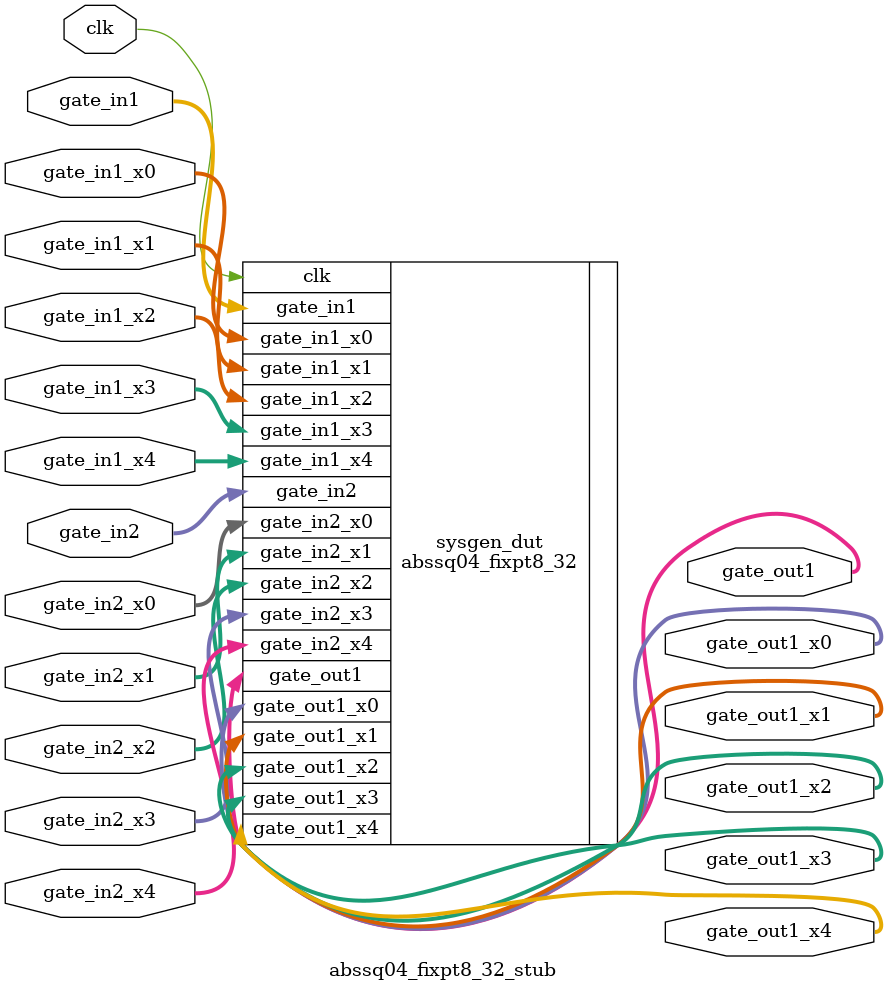
<source format=v>
`timescale 1 ns / 10 ps
module abssq04_fixpt8_32_stub (
  input [27-1:0] gate_in1_x4,
  input [27-1:0] gate_in2,
  input [28-1:0] gate_in1,
  input [28-1:0] gate_in2_x0,
  input [29-1:0] gate_in1_x0,
  input [29-1:0] gate_in2_x1,
  input [30-1:0] gate_in1_x1,
  input [30-1:0] gate_in2_x2,
  input [31-1:0] gate_in1_x2,
  input [31-1:0] gate_in2_x3,
  input [32-1:0] gate_in1_x3,
  input [32-1:0] gate_in2_x4,
  input clk,
  output [27-1:0] gate_out1_x0,
  output [28-1:0] gate_out1_x1,
  output [29-1:0] gate_out1_x2,
  output [30-1:0] gate_out1,
  output [31-1:0] gate_out1_x3,
  output [32-1:0] gate_out1_x4
);
  abssq04_fixpt8_32 sysgen_dut (
    .gate_in1_x4(gate_in1_x4),
    .gate_in2(gate_in2),
    .gate_in1(gate_in1),
    .gate_in2_x0(gate_in2_x0),
    .gate_in1_x0(gate_in1_x0),
    .gate_in2_x1(gate_in2_x1),
    .gate_in1_x1(gate_in1_x1),
    .gate_in2_x2(gate_in2_x2),
    .gate_in1_x2(gate_in1_x2),
    .gate_in2_x3(gate_in2_x3),
    .gate_in1_x3(gate_in1_x3),
    .gate_in2_x4(gate_in2_x4),
    .clk(clk),
    .gate_out1_x0(gate_out1_x0),
    .gate_out1_x1(gate_out1_x1),
    .gate_out1_x2(gate_out1_x2),
    .gate_out1(gate_out1),
    .gate_out1_x3(gate_out1_x3),
    .gate_out1_x4(gate_out1_x4)
  );
endmodule

</source>
